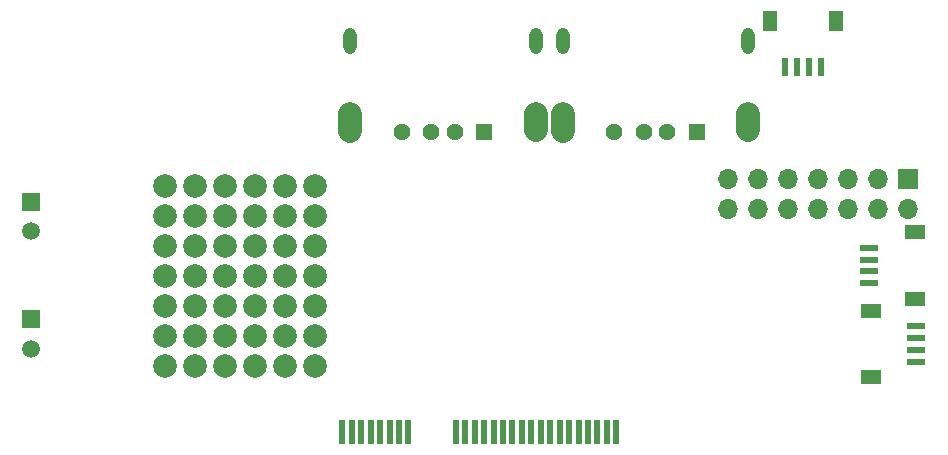
<source format=gbr>
%TF.GenerationSoftware,KiCad,Pcbnew,7.99.0-unknown-70ffd971e3~172~ubuntu22.04.1*%
%TF.CreationDate,2023-07-09T07:41:58-05:00*%
%TF.ProjectId,ext_pcb,6578745f-7063-4622-9e6b-696361645f70,rev?*%
%TF.SameCoordinates,Original*%
%TF.FileFunction,Soldermask,Bot*%
%TF.FilePolarity,Negative*%
%FSLAX46Y46*%
G04 Gerber Fmt 4.6, Leading zero omitted, Abs format (unit mm)*
G04 Created by KiCad (PCBNEW 7.99.0-unknown-70ffd971e3~172~ubuntu22.04.1) date 2023-07-09 07:41:58*
%MOMM*%
%LPD*%
G01*
G04 APERTURE LIST*
%ADD10C,2.000000*%
%ADD11C,2.000000*%
%ADD12R,1.508000X1.508000*%
%ADD13C,1.508000*%
%ADD14R,1.700000X1.700000*%
%ADD15O,1.700000X1.700000*%
%ADD16R,0.600000X2.000000*%
%ADD17R,0.600000X1.550000*%
%ADD18R,1.200000X1.800000*%
%ADD19R,1.431000X1.431000*%
%ADD20C,1.431000*%
%ADD21R,1.408000X1.408000*%
%ADD22O,1.108000X2.216000*%
%ADD23R,1.550000X0.600000*%
%ADD24R,1.800000X1.200000*%
G04 APERTURE END LIST*
D10*
%TO.C,J2*%
X137581800Y-77705200D02*
X137581800Y-79105200D01*
X153261800Y-77665200D02*
X153261800Y-79065200D01*
%TO.C,J3*%
X155572400Y-77705200D02*
X155572400Y-79105200D01*
X171252400Y-77665200D02*
X171252400Y-79065200D01*
%TD*%
D11*
%TO.C,REF\u002A\u002A*%
X127000000Y-83820000D03*
X127000000Y-86360000D03*
X127000000Y-88900000D03*
X127000000Y-91440000D03*
X127000000Y-93980000D03*
X127000000Y-96520000D03*
X127000000Y-99060000D03*
%TD*%
%TO.C,REF\u002A\u002A*%
X129540000Y-83820000D03*
X129540000Y-86360000D03*
X129540000Y-88900000D03*
X129540000Y-91440000D03*
X129540000Y-93980000D03*
X129540000Y-96520000D03*
X129540000Y-99060000D03*
%TD*%
%TO.C,REF\u002A\u002A*%
X121920000Y-83820000D03*
X121920000Y-86360000D03*
X121920000Y-88900000D03*
X121920000Y-91440000D03*
X121920000Y-93980000D03*
X121920000Y-96520000D03*
X121920000Y-99060000D03*
%TD*%
D12*
%TO.C,J6*%
X110580250Y-95080000D03*
D13*
X110580250Y-97580000D03*
%TD*%
D14*
%TO.C,J4*%
X184765000Y-83215000D03*
D15*
X184765000Y-85755000D03*
X182225000Y-83215000D03*
X182225000Y-85755000D03*
X179685000Y-83215000D03*
X179685000Y-85755000D03*
X177145000Y-83215000D03*
X177145000Y-85755000D03*
X174605000Y-83215000D03*
X174605000Y-85755000D03*
X172065000Y-83215000D03*
X172065000Y-85755000D03*
X169525000Y-83215000D03*
X169525000Y-85755000D03*
%TD*%
D12*
%TO.C,J5*%
X110580250Y-85140000D03*
D13*
X110580250Y-87640000D03*
%TD*%
D16*
%TO.C,P1*%
X136900000Y-104650000D03*
X137700000Y-104650000D03*
X138500000Y-104650000D03*
X139300000Y-104650000D03*
X140100000Y-104650000D03*
X140900000Y-104650000D03*
X141700000Y-104650000D03*
X142500000Y-104650000D03*
X146500000Y-104650000D03*
X147300000Y-104650000D03*
X148100000Y-104650000D03*
X148900000Y-104650000D03*
X149700000Y-104650000D03*
X150500000Y-104650000D03*
X151300000Y-104650000D03*
X152100000Y-104650000D03*
X152900000Y-104650000D03*
X153700000Y-104650000D03*
X154500000Y-104650000D03*
X155300000Y-104650000D03*
X156100000Y-104650000D03*
X156900000Y-104650000D03*
X157700000Y-104650000D03*
X158500000Y-104650000D03*
X159300000Y-104650000D03*
X160100000Y-104650000D03*
%TD*%
D11*
%TO.C,REF\u002A\u002A*%
X134620000Y-83820000D03*
X134620000Y-86360000D03*
X134620000Y-88900000D03*
X134620000Y-91440000D03*
X134620000Y-93980000D03*
X134620000Y-96520000D03*
X134620000Y-99060000D03*
%TD*%
%TO.C,REF\u002A\u002A*%
X132080000Y-83820000D03*
X132080000Y-86360000D03*
X132080000Y-88900000D03*
X132080000Y-91440000D03*
X132080000Y-93980000D03*
X132080000Y-96520000D03*
X132080000Y-99060000D03*
%TD*%
%TO.C,REF\u002A\u002A*%
X124460000Y-83820000D03*
X124460000Y-86360000D03*
X124460000Y-88900000D03*
X124460000Y-91440000D03*
X124460000Y-93980000D03*
X124460000Y-96520000D03*
X124460000Y-99060000D03*
%TD*%
D17*
%TO.C,J9*%
X174420000Y-73700000D03*
X175420000Y-73700000D03*
X176420000Y-73700000D03*
X177420000Y-73700000D03*
D18*
X173120000Y-69825000D03*
X178720000Y-69825000D03*
%TD*%
D19*
%TO.C,J2*%
X148927800Y-79197200D03*
D20*
X146427800Y-79197200D03*
X144427800Y-79197200D03*
X141927800Y-79197200D03*
D21*
X137577800Y-78347200D03*
X153277800Y-78347200D03*
D22*
X137577800Y-71547200D03*
X153277800Y-71547200D03*
%TD*%
D19*
%TO.C,J3*%
X166918400Y-79197200D03*
D20*
X164418400Y-79197200D03*
X162418400Y-79197200D03*
X159918400Y-79197200D03*
D21*
X155568400Y-78347200D03*
X171268400Y-78347200D03*
D22*
X155568400Y-71547200D03*
X171268400Y-71547200D03*
%TD*%
D23*
%TO.C,J7*%
X185500000Y-98660000D03*
X185500000Y-97660000D03*
X185500000Y-96660000D03*
X185500000Y-95660000D03*
D24*
X181625000Y-99960000D03*
X181625000Y-94360000D03*
%TD*%
D23*
%TO.C,J8*%
X181485000Y-89020000D03*
X181485000Y-90020000D03*
X181485000Y-91020000D03*
X181485000Y-92020000D03*
D24*
X185360000Y-87720000D03*
X185360000Y-93320000D03*
%TD*%
M02*

</source>
